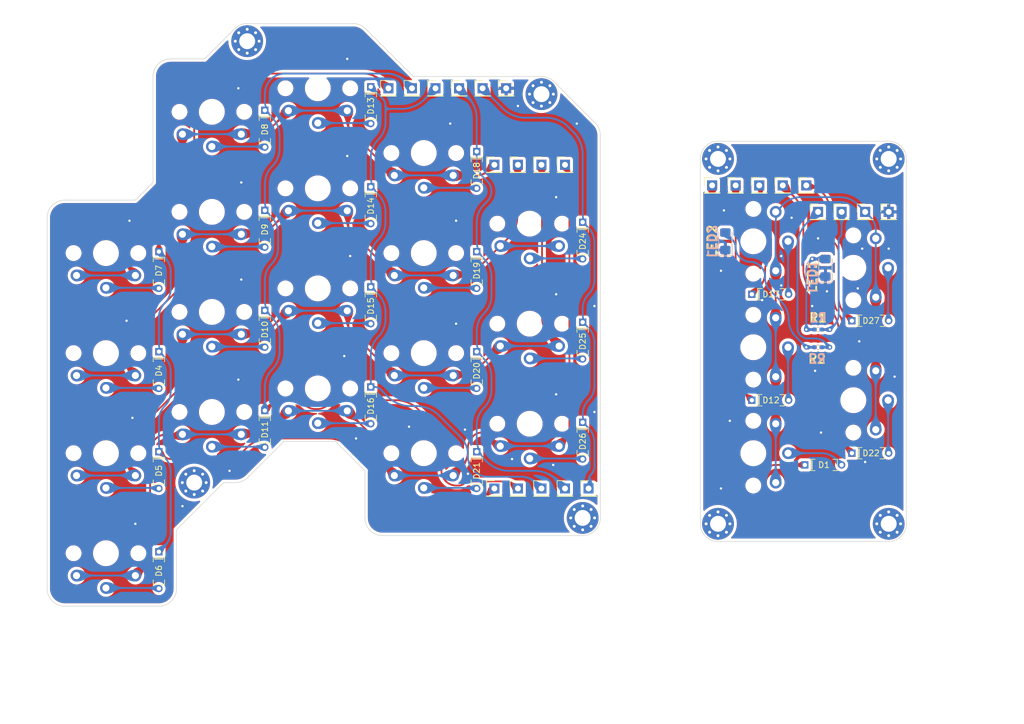
<source format=kicad_pcb>
(kicad_pcb (version 20211014) (generator pcbnew)

  (general
    (thickness 1.6)
  )

  (paper "A4")
  (layers
    (0 "F.Cu" signal)
    (31 "B.Cu" signal)
    (32 "B.Adhes" user "B.Adhesive")
    (33 "F.Adhes" user "F.Adhesive")
    (34 "B.Paste" user)
    (35 "F.Paste" user)
    (36 "B.SilkS" user "B.Silkscreen")
    (37 "F.SilkS" user "F.Silkscreen")
    (38 "B.Mask" user)
    (39 "F.Mask" user)
    (40 "Dwgs.User" user "User.Drawings")
    (41 "Cmts.User" user "User.Comments")
    (42 "Eco1.User" user "User.Eco1")
    (43 "Eco2.User" user "User.Eco2")
    (44 "Edge.Cuts" user)
    (45 "Margin" user)
    (46 "B.CrtYd" user "B.Courtyard")
    (47 "F.CrtYd" user "F.Courtyard")
    (48 "B.Fab" user)
    (49 "F.Fab" user)
    (50 "User.1" user)
    (51 "User.2" user)
    (52 "User.3" user)
    (53 "User.4" user)
    (54 "User.5" user)
    (55 "User.6" user)
    (56 "User.7" user)
    (57 "User.8" user)
    (58 "User.9" user)
  )

  (setup
    (stackup
      (layer "F.SilkS" (type "Top Silk Screen"))
      (layer "F.Paste" (type "Top Solder Paste"))
      (layer "F.Mask" (type "Top Solder Mask") (thickness 0.01))
      (layer "F.Cu" (type "copper") (thickness 0.035))
      (layer "dielectric 1" (type "core") (thickness 1.51) (material "FR4") (epsilon_r 4.5) (loss_tangent 0.02))
      (layer "B.Cu" (type "copper") (thickness 0.035))
      (layer "B.Mask" (type "Bottom Solder Mask") (thickness 0.01))
      (layer "B.Paste" (type "Bottom Solder Paste"))
      (layer "B.SilkS" (type "Bottom Silk Screen"))
      (copper_finish "None")
      (dielectric_constraints no)
    )
    (pad_to_mask_clearance 0)
    (pcbplotparams
      (layerselection 0x00010fc_ffffffff)
      (disableapertmacros false)
      (usegerberextensions false)
      (usegerberattributes true)
      (usegerberadvancedattributes true)
      (creategerberjobfile true)
      (svguseinch false)
      (svgprecision 6)
      (excludeedgelayer true)
      (plotframeref false)
      (viasonmask false)
      (mode 1)
      (useauxorigin false)
      (hpglpennumber 1)
      (hpglpenspeed 20)
      (hpglpendiameter 15.000000)
      (dxfpolygonmode true)
      (dxfimperialunits true)
      (dxfusepcbnewfont true)
      (psnegative false)
      (psa4output false)
      (plotreference true)
      (plotvalue true)
      (plotinvisibletext false)
      (sketchpadsonfab false)
      (subtractmaskfromsilk false)
      (outputformat 1)
      (mirror false)
      (drillshape 1)
      (scaleselection 1)
      (outputdirectory "")
    )
  )

  (net 0 "")
  (net 1 "GND")
  (net 2 "/LED1")
  (net 3 "Net-(D1-Pad2)")
  (net 4 "/LED2")
  (net 5 "/5")
  (net 6 "Net-(D4-Pad2)")
  (net 7 "Net-(D5-Pad2)")
  (net 8 "Net-(D6-Pad2)")
  (net 9 "/4")
  (net 10 "Net-(D8-Pad2)")
  (net 11 "Net-(D9-Pad2)")
  (net 12 "Net-(D10-Pad2)")
  (net 13 "Net-(D11-Pad2)")
  (net 14 "Net-(D12-Pad2)")
  (net 15 "/3")
  (net 16 "Net-(D13-Pad2)")
  (net 17 "Net-(D14-Pad2)")
  (net 18 "Net-(D15-Pad2)")
  (net 19 "Net-(D16-Pad2)")
  (net 20 "Net-(D17-Pad2)")
  (net 21 "/2")
  (net 22 "Net-(D18-Pad2)")
  (net 23 "Net-(D19-Pad2)")
  (net 24 "Net-(D20-Pad2)")
  (net 25 "Net-(D21-Pad2)")
  (net 26 "Net-(D22-Pad2)")
  (net 27 "/1")
  (net 28 "Net-(D24-Pad2)")
  (net 29 "Net-(D25-Pad2)")
  (net 30 "Net-(D26-Pad2)")
  (net 31 "Net-(D27-Pad2)")
  (net 32 "Net-(D2-Pad2)")
  (net 33 "Net-(D3-Pad2)")
  (net 34 "Net-(D7-Pad2)")
  (net 35 "/B")
  (net 36 "/C")
  (net 37 "/D")
  (net 38 "/A")
  (net 39 "/E")

  (footprint "1N4148:DIOAD829W49L456D191" (layer "F.Cu") (at 101 41 -90))

  (footprint "LED_SMD:LED_1206_3216Metric_Pad1.42x1.75mm_HandSolder" (layer "F.Cu") (at 196.25 64.5 90))

  (footprint "1N4148:DIOAD829W49L456D191" (layer "F.Cu") (at 187 69))

  (footprint "mbk:Choc-1u-solder-flip" (layer "F.Cu") (at 184 60 90))

  (footprint "MountingHole:MountingHole_2.7mm_M2.5_Pad_Via" (layer "F.Cu") (at 155 107))

  (footprint "Connector_PinHeader_2.54mm:PinHeader_1x01_P2.54mm_Vertical" (layer "F.Cu") (at 152 102))

  (footprint "mbk:Choc-1u-solder-flip" (layer "F.Cu") (at 74 96))

  (footprint "1N4148:DIOAD829W49L456D191" (layer "F.Cu") (at 83 116 -90))

  (footprint "mbk:Choc-1u-solder-flip" (layer "F.Cu") (at 184 96 90))

  (footprint "Connector_PinHeader_2.54mm:PinHeader_1x01_P2.54mm_Vertical" (layer "F.Cu") (at 142 34))

  (footprint "mbk:Choc-1u-solder-flip" (layer "F.Cu") (at 128 62))

  (footprint "Connector_PinHeader_2.54mm:PinHeader_1x01_P2.54mm_Vertical" (layer "F.Cu") (at 122 34))

  (footprint "mbk:Choc-1u-solder-flip" (layer "F.Cu") (at 201 64.5 90))

  (footprint "MountingHole:MountingHole_2.7mm_M2.5_Pad_Via" (layer "F.Cu") (at 178 108))

  (footprint "Connector_PinHeader_2.54mm:PinHeader_1x01_P2.54mm_Vertical" (layer "F.Cu") (at 144 47))

  (footprint "mbk:Choc-1u-solder-flip" (layer "F.Cu") (at 92 89))

  (footprint "mbk:Choc-1u-solder-flip" (layer "F.Cu") (at 146 74))

  (footprint "mbk:Choc-1u-solder-flip" (layer "F.Cu") (at 128 45))

  (footprint "Resistor_SMD:R_0402_1005Metric_Pad0.72x0.64mm_HandSolder" (layer "F.Cu") (at 195 75))

  (footprint "1N4148:DIOAD829W49L456D191" (layer "F.Cu") (at 101 92 -90))

  (footprint "mbk:Choc-1u-solder-flip" (layer "F.Cu") (at 184 78 90))

  (footprint "Connector_PinHeader_2.54mm:PinHeader_1x01_P2.54mm_Vertical" (layer "F.Cu") (at 203 55))

  (footprint "mbk:Choc-1u-solder-flip" (layer "F.Cu") (at 128 79))

  (footprint "mbk:Choc-1u-solder-flip" (layer "F.Cu") (at 128 96))

  (footprint "1N4148:DIOAD829W49L456D191" (layer "F.Cu") (at 137 65 -90))

  (footprint "MountingHole:MountingHole_2.7mm_M2.5_Pad_Via" (layer "F.Cu") (at 148 35))

  (footprint "1N4148:DIOAD829W49L456D191" (layer "F.Cu") (at 119 71 -90))

  (footprint "mbk:Choc-1u-solder-flip" (layer "F.Cu") (at 92 55))

  (footprint "Connector_PinHeader_2.54mm:PinHeader_1x01_P2.54mm_Vertical" (layer "F.Cu") (at 181 50.5))

  (footprint "1N4148:DIOAD829W49L456D191" (layer "F.Cu") (at 101 75 -90))

  (footprint "Resistor_SMD:R_0402_1005Metric_Pad0.72x0.64mm_HandSolder" (layer "F.Cu") (at 195 78))

  (footprint "Connector_PinHeader_2.54mm:PinHeader_1x01_P2.54mm_Vertical" (layer "F.Cu") (at 156 102))

  (footprint "1N4148:DIOAD829W49L456D191" (layer "F.Cu") (at 119 88 -90))

  (footprint "Connector_PinHeader_2.54mm:PinHeader_1x01_P2.54mm_Vertical" (layer "F.Cu") (at 207 55))

  (footprint "mbk:Choc-1u-solder-flip" (layer "F.Cu") (at 74 62))

  (footprint "Connector_PinHeader_2.54mm:PinHeader_1x01_P2.54mm_Vertical" (layer "F.Cu") (at 140 47))

  (footprint "Connector_PinHeader_2.54mm:PinHeader_1x01_P2.54mm_Vertical" (layer "F.Cu") (at 185 50.5))

  (footprint "Connector_PinHeader_2.54mm:PinHeader_1x01_P2.54mm_Vertical" (layer "F.Cu") (at 148 47))

  (footprint "MountingHole:MountingHole_2.7mm_M2.5_Pad_Via" (layer "F.Cu") (at 89 101))

  (footprint "Connector_PinHeader_2.54mm:PinHeader_1x01_P2.54mm_Vertical" (layer "F.Cu") (at 177 50.5))

  (footprint "1N4148:DIOAD829W49L456D191" (layer "F.Cu") (at 101 58 -90))

  (footprint "Connector_PinHeader_2.54mm:PinHeader_1x01_P2.54mm_Vertical" (layer "F.Cu") (at 144 102))

  (footprint "Connector_PinHeader_2.54mm:PinHeader_1x01_P2.54mm_Vertical" (layer "F.Cu") (at 152 47))

  (footprint "LED_SMD:LED_1206_3216Metric_Pad1.42x1.75mm_HandSolder" (layer "F.Cu") (at 179.25 60 90))

  (footprint "Connector_PinHeader_2.54mm:PinHeader_1x01_P2.54mm_Vertical" (layer "F.Cu") (at 195 55))

  (footprint "MountingHole:MountingHole_2.7mm_M2.5_Pad_Via" (layer "F.Cu") (at 98 26))

  (footprint "Connector_PinHeader_2.54mm:PinHeader_1x01_P2.54mm_Vertical" (layer "F.Cu") (at 134 34))

  (footprint "1N4148:DIOAD829W49L456D191" (layer "F.Cu") (at 155 60 -90))

  (footprint "1N4148:DIOAD829W49L456D191" (layer "F.Cu") (at 155 94 -90))

  (footprint "1N4148:DIOAD829W49L456D191" (layer "F.Cu")
    (tedit 6235BD20) (tstamp 8c667307-63a4-4879-8357-e08cf08e160b)
    (at 119 37 -90)
    (property "Sheetfile" "matrix.kicad_sch")
    (property "Sheetname" "matrix")
    (path "/d50b0a40-1202-42dd-99f0-7359331afb7e/6d1426b3-6f1e-42be-8200-cff21d7e1cc0")
    (attr through_hole)
    (fp_text reference "D13" (at 0 0 90) (layer "F.SilkS")
      (effects (font (size 1.000102 1.000102) (thickness 0.15)))
      (tstamp 3b5ed590-b0e9-47a0-a400-b8e38fff7745)
    )
    (fp_text value "~" (at 0 2 90) (layer "F.Fab")
      (effects (font (size 1.001921 1.001921) (thickness 0.15)))
      (tstamp 287f7da6-de64-4ec0-a599-899cf74a1759)
    )
    (fp_line (start -2.28 -0.96) (end -1.52 -0.96) (layer "F.SilkS") (width 0.127) (tstamp 157ef9f3-92bf-49a8-b77c-fe374d0e7fa2))
    (fp_line (start 1.52 -0.96) (end 2.28 -0.96) (layer "F.SilkS") (width 0.127) (tstamp 3afd93fa-b855-48d2-9127-1d97f836c9bd))
    (fp_line (start -2 -0.75) (end -2 0.75) (layer "F.SilkS") (width 0.12) (tstamp 52b96225-66c5-47ef-8fbd-b86ee0c1f942))
    (fp_line (start -2.28 -0.96) (end -2.28 0) (layer "F.SilkS") (width 0.127) (tstamp 57709cd0-749c-4c54-8a71-85ab58c34046))
    (fp_line (start -2.28 0.96) (end -1.52 0.96) (layer "F.SilkS") (width 0.127) (tstamp 65cafee9-6574-4f2b-84d5-212020292be8))
    (fp_line (start -2.28 0) (end -2.28 0.95) (layer "F.SilkS") (width 0.127) (tstamp 955bbe05-ed18-40da-87ec-c87341f70679))
    (fp_line (start 2.28 0) (end 2.28 0.96) (layer "F.SilkS") (width 0.127) (tstamp c504d411-437e-4173-bedc-02c93310f80c))
    (fp_line (start 1.52 0.96) (end 2.28 0.96) (layer "F.SilkS") (width 0.127) (tstamp dd53778c-c930-490b-8a39-4d3ae83a03a4))
    (fp_line (start 2.28 -0.95) (end 2.28 0) (layer "F.SilkS") (width 0.127) (tstamp f51f675e-aa78-4af4-a50e-7af028b20e92))
    (fp_line (start 3.75 -0.815) (end 2.53 -0.815) (layer "F.CrtYd") (width 0.05) (tstamp 024ef043-2423-4c6c-9dfb-5c62dda125e8))
    (fp_line (start -2.53 -1) (end -2.53 -0.815) (layer "F.CrtYd") (width 0.05) (tstamp 03ad3818-d129-414a-82aa-87e51ac598cd))
    (fp_line (start 2.53 1) (end -2.53 1) (layer "F.CrtYd") (width 0.05) (tstamp 277f2f43-d16f-4941-a1a8-e8fed7f7af16))
    (fp_line (start -2.53 0.815) (end -4 0.815) (layer "F.CrtYd") (width 0.05) (tstamp 4171d9a3-aa28-4ace-b085-2069409e4f78))
    (fp_line (start 3.75 -0.815) (end 3.75 0.815) (layer "F.CrtYd") (width 0.05) (tstamp 4b741615-1e58-43f2-ae88-fc12d4c459c2))
    (fp_line (start -2.53 -1) (end 2.53 -1) (layer "F.CrtYd") (width 0.05) (tstamp 5ed0037b-0470-4731-8d7b-fdc1b206af39))
    (fp_line (start -2.53 -0.815) (end -4 -0.815) (layer "F.CrtYd") (width 0.05) (tstamp 6391c19f-bec7-465c-aa9a-c2747a7c57a0))
    (fp_line (start -2.53 1) (end -2.53 0.815) (layer "F.CrtYd") (width 0.05) (tstamp 74e1554b-5e3a-42f1-b1d3-a635d47c00e0))
    (fp_line (start 2.53 1) (end 2.53 0.815) (layer "F.CrtYd") (width 0.05) (tstamp b6005ae0-720c-4232-b76f-7502a80693fd))
    (fp_line (start -4 -0.815) (end -4 0.815) (layer "F.CrtYd") (width 0.05) (tstamp bb7a1835-6997-4ebb-adae-b3920b5cdc32))
    (fp_line (start 2.53 -1) (end 2.53 -0.815) (layer "F.CrtYd") (width 0.05) (tstamp e5dd69ff-aba2-4539-a55b-8d92282ef72b))
    (fp_line (start 3.75 0.815) (end 2.53 0.815) (layer "F.CrtYd") (width 0.05) (tstamp f5483efc-ee7d-4d1d-b7d7-8c6c226fa688))
    (fp_line (start 2.28 -0.96) (end 2.28 0) (layer "F.Fab") (width 0.127) (tstamp 0d541825-640b-41f8-9cc0-e72f6eee2153))
    (fp_line (start 2.28 0) (end 2.28 0.96) (layer "F.Fab") (width 0.127) (tstamp 65b12411-18d5-4064-a54a-467de50457e8))
    (fp_line (start 2.28 0) (end 3.581 0) (layer "F.Fab") (width 0.127) (tstamp 83103149-b837-416c-99f8-5f464ccf7d34))
    (fp_line (start -3.581 0) (end -2.28 0) (layer "F.Fab") (width 0.127) (tstamp 8b771b2d-0c5b-45df-8812-a13ffa593f7b))
    (fp_line (start -2.28 -0.96) (end -2.28 0) (layer "F.Fab") (width 0.127) (tstamp 918ccaac-0bc8-4cb1-bc1f-407c997cea68))
    (fp_line (start -2.28 0.96) (end 2.28 0.96) (layer "F.Fab") (width 0.127) (tstamp 9d49c84e-8637-430f-b1d1-d9bf89eb6484))
    (fp_line (start -2.28 -0.96) (end 2.28 -0.96) (layer "F.Fab") (width 0.127) (tstamp e6da6b6c-edd3-4f13-bdeb-bb61a13573d9))
    (fp_line (start -2.28 0) (end -2.28 0.96) (layer "F.Fab") (width 0.127) (tstamp edbb7a54-01f5-465c-9a3a-086719c06c13))
    (fp_line (start -2 -0.75) (end -2 0.75) (layer "F.Fab") (width 0.1) (tstamp f156b6ae-44f0-4b47-a57d-d1a762fa8e33))
    (pad "1" thru_hole rect (at -3.25 0 270) (size 1.238 1.238) (drill 0.73) (layers *.Cu *.Mask)
      (net 15 "/3") (pinfunction "K") (pintype "passive") (tstamp 7c3dc846-5b3e-443e-80df-06dda7017fb3))
    (pad "2" thru_hole circle (at 3 0 270) (size 1.238 1.238) (drill 0.73) (layers *.Cu *.Mask)
      (net 16 "Net-(D13-Pad2)") (pinfunction "A") (pintype "passive") (tstamp dffe9b00-9e9e-40b1-a397-50
... [3455180 chars truncated]
</source>
